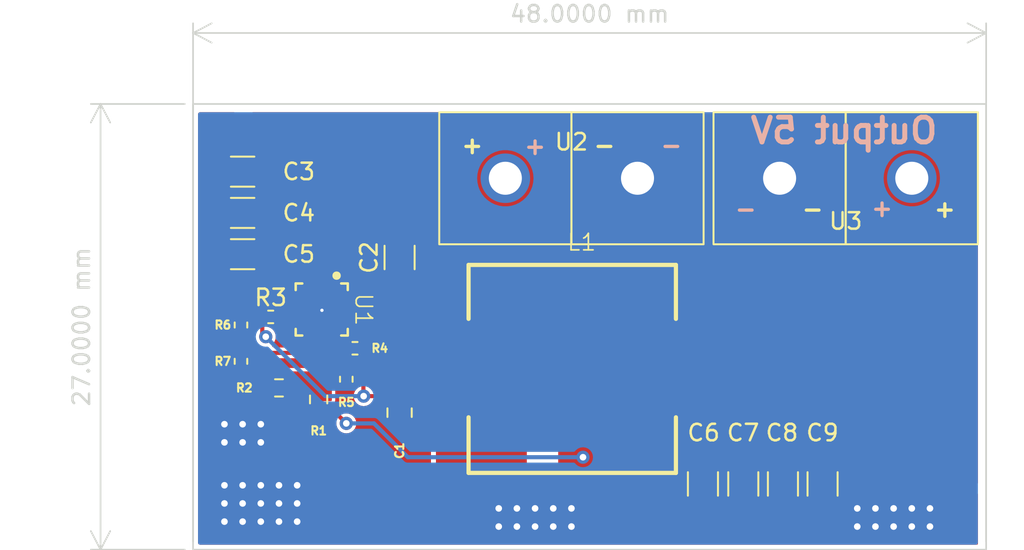
<source format=kicad_pcb>
(kicad_pcb (version 20221018) (generator pcbnew)
  (layers (0 "F.Cu" signal) (31 "B.Cu" signal) (34 "B.Paste" user) (35 "F.Paste" user) (36 "B.SilkS" user "B.Silkscreen") (37 "F.SilkS" user "F.Silkscreen") (38 "B.Mask" user) (39 "F.Mask" user) (44 "Edge.Cuts" user))
  (net 0 "")
  (net 1 "/VCC")
  (net 2 "GND")
  (net 3 "/SW")
  (net 4 "/Vin")
  (net 5 "/Vout")
  (net 6 "/FB")
  (net 7 "Net-(U1-PGOOD)")
  (net 8 "/MODE")
  (net 9 "/EN")
  (net 10 "/BST")
  (footprint "Capacitor_SMD:C_0805_2012Metric" (layer "F.Cu") (at 89.9 74.4 -90)
    (fp_text reference "C1" (at 2.3 0 90) (layer "F.SilkS") (effects (font (size 0.5 0.5) (thickness 0.125))))
    (fp_text value "1u")
    (fp_line (start -0.261252 -0.735) (end 0.261252 -0.735) (stroke (width 0.12)) (layer "F.SilkS"))
    (fp_line (start -0.261252 0.735) (end 0.261252 0.735) (stroke (width 0.12)) (layer "F.SilkS"))
    (pad "1" smd roundrect (at -0.95 0 270) (size 1 1.45) (layers "F.Cu" "F.Paste" "F.Mask") (net 1 "/VCC"))
    (pad "2" smd roundrect (at 0.95 0 270) (size 1 1.45) (layers "F.Cu" "F.Paste" "F.Mask") (net 2 "GND"))
  )
  (footprint "Capacitor_SMD:C_1206_3216Metric" (layer "F.Cu") (at 108.26 78.718 90)
    (fp_text reference "C6" (at 3.1 0.041) (layer "F.SilkS"))
    (fp_text value "47u")
    (fp_line (start -0.711252 -0.91) (end 0.711252 -0.91) (stroke (width 0.12)) (layer "F.SilkS"))
    (fp_line (start -0.711252 0.91) (end 0.711252 0.91) (stroke (width 0.12)) (layer "F.SilkS"))
    (pad "1" smd roundrect (at -1.475 0 90) (size 1.15 1.8) (layers "F.Cu" "F.Paste" "F.Mask") (roundrect_rratio 0.217391) (net 2 "GND"))
    (pad "2" smd roundrect (at 1.475 0 90) (size 1.15 1.8) (layers "F.Cu" "F.Paste" "F.Mask") (roundrect_rratio 0.217391) (net 5 "/Vout"))
  )
  (footprint "Resistor_SMD:R_0603_1608Metric" (layer "F.Cu") (at 82.6 72.9 180)
    (fp_text reference "R2" (at 2.1 0) (layer "F.SilkS") (effects (font (size 0.5 0.5) (thickness 0.125))))
    (fp_text value "15k")
    (fp_line (start -0.237258 -0.5225) (end 0.237258 -0.5225) (stroke (width 0.12)) (layer "F.SilkS"))
    (fp_line (start -0.237258 0.5225) (end 0.237258 0.5225) (stroke (width 0.12)) (layer "F.SilkS"))
    (pad "1" smd roundrect (at -0.825 0 180) (size 0.8 0.95) (layers "F.Cu" "F.Paste" "F.Mask") (net 6 "/FB"))
    (pad "2" smd roundrect (at 0.825 0 180) (size 0.8 0.95) (layers "F.Cu" "F.Paste" "F.Mask") (net 2 "GND"))
  )
  (footprint "PiE_Footprints:TPS56C230RJER" (layer "F.Cu") (at 85.188 68.15 -90)
    (fp_text reference "U1" (at 0 -2.54 -90 unlocked) (layer "F.SilkS") (effects (font (thickness 0.1))))
    (fp_text value "~")
    (fp_line (start -1.576 -1.576) (end -1.178 -1.576) (stroke (width 0.152)) (layer "F.SilkS"))
    (fp_line (start -1.576 -1.178) (end -1.576 -1.576) (stroke (width 0.152)) (layer "F.SilkS"))
    (fp_line (start -1.576 1.178) (end -1.576 1.576) (stroke (width 0.152)) (layer "F.SilkS"))
    (fp_line (start -1.576 1.576) (end -1.178 1.576) (stroke (width 0.152)) (layer "F.SilkS"))
    (fp_line (start 1.576 -1.576) (end 1.178 -1.576) (stroke (width 0.152)) (layer "F.SilkS"))
    (fp_line (start 1.576 -1.178) (end 1.576 -1.576) (stroke (width 0.152)) (layer "F.SilkS"))
    (fp_line (start 1.576 1.178) (end 1.576 1.576) (stroke (width 0.152)) (layer "F.SilkS"))
    (fp_line (start 1.576 1.576) (end 1.178 1.576) (stroke (width 0.152)) (layer "F.SilkS"))
    (fp_circle (center -2.05 -0.9) (end -1.923 -0.9) (stroke (width 0.254)) (fill none) (layer "F.SilkS"))
    (pad "1" smd oval (at -1.412 -0.9 270) (size 0.6 0.252) (layers "F.Cu" "F.Paste" "F.Mask") (net 10 "/BST"))
    (pad "2" smd oval (at -1.412 -0.45 270) (size 0.6 0.252) (layers "F.Cu" "F.Paste" "F.Mask") (net 4 "/Vin"))
    (pad "3" smd oval (at -1.412 0 270) (size 0.6 0.252) (layers "F.Cu" "F.Paste" "F.Mask") (net 4 "/Vin"))
    (pad "4" smd oval (at -1.412 0.45 270) (size 0.6 0.252) (layers "F.Cu" "F.Paste" "F.Mask") (net 4 "/Vin"))
    (pad "5" smd oval (at -1.412 0.9 270) (size 0.6 0.252) (layers "F.Cu" "F.Paste" "F.Mask") (net 4 "/Vin"))
    (pad "6" smd oval (at -0.9 1.412 270) (size 0.252 0.6) (layers "F.Cu" "F.Paste" "F.Mask") (net 3 "/SW"))
    (pad "7" smd oval (at -0.45 1.412 270) (size 0.252 0.6) (layers "F.Cu" "F.Paste" "F.Mask") (net 2 "GND"))
    (pad "8" smd oval (at 0 1.412 270) (size 0.252 0.6) (layers "F.Cu" "F.Paste" "F.Mask") (net 2 "GND"))
    (pad "9" smd oval (at 0.45 1.412 270) (size 0.252 0.6) (layers "F.Cu" "F.Paste" "F.Mask") (net 7 "Net-(U1-PGOOD)"))
    (pad "10" smd oval (at 0.9 1.412 270) (size 0.252 0.6) (layers "F.Cu" "F.Paste" "F.Mask") (net 2 "GND"))
    (pad "11" smd oval (at 1.412 0.9 270) (size 0.6 0.252) (layers "F.Cu" "F.Paste" "F.Mask"))
    (pad "12" smd oval (at 1.412 0.45 270) (size 0.6 0.252) (layers "F.Cu" "F.Paste" "F.Mask") (net 9 "/EN"))
    (pad "13" smd oval (at 1.412 0 270) (size 0.6 0.252) (layers "F.Cu" "F.Paste" "F.Mask") (net 2 "GND"))
    (pad "14" smd oval (at 1.412 -0.45 270) (size 0.6 0.252) (layers "F.Cu" "F.Paste" "F.Mask") (net 6 "/FB"))
    (pad "15" smd oval (at 1.412 -0.9 270) (size 0.6 0.252) (layers "F.Cu" "F.Paste" "F.Mask") (net 8 "/MODE"))
    (pad "16" smd oval (at 0.9 -1.412 270) (size 0.252 0.6) (layers "F.Cu" "F.Paste" "F.Mask") (net 2 "GND"))
    (pad "17" smd oval (at 0.45 -1.412 270) (size 0.252 0.6) (layers "F.Cu" "F.Paste" "F.Mask") (net 1 "/VCC"))
    (pad "18" smd oval (at 0 -1.412 270) (size 0.252 0.6) (layers "F.Cu" "F.Paste" "F.Mask") (net 2 "GND"))
    (pad "19" smd oval (at -0.45 -1.412 270) (size 0.252 0.6) (layers "F.Cu" "F.Paste" "F.Mask") (net 3 "/SW"))
    (pad "20" smd oval (at -0.9 -1.412 270) (size 0.252 0.6) (layers "F.Cu" "F.Paste" "F.Mask") (net 3 "/SW"))
    (pad "21" smd rect (at 0 0) (size 0.926 0.975) (layers "F.Cu" "F.Paste" "F.Mask") (net 2 "GND"))
  )
  (footprint "Resistor_SMD:R_0402_1005Metric" (layer "F.Cu") (at 86.675 72.375 -90)
    (fp_text reference "R5" (at 1.4 0 -180) (layer "F.SilkS") (effects (font (size 0.5 0.5) (thickness 0.125))))
    (fp_text value "33k")
    (fp_line (start -0.153641 -0.38) (end 0.153641 -0.38) (stroke (width 0.12)) (layer "F.SilkS"))
    (fp_line (start -0.153641 0.38) (end 0.153641 0.38) (stroke (width 0.12)) (layer "F.SilkS"))
    (pad "1" smd roundrect (at -0.51 0 270) (size 0.54 0.64) (layers "F.Cu" "F.Paste" "F.Mask") (net 8 "/MODE"))
    (pad "2" smd roundrect (at 0.51 0 270) (size 0.54 0.64) (layers "F.Cu" "F.Paste" "F.Mask") (net 2 "GND"))
  )
  (footprint "Capacitor_SMD:C_1206_3216Metric" (layer "F.Cu") (at 113.101 78.718 90)
    (fp_text reference "C8" (at 3.1 -0.059 180) (layer "F.SilkS"))
    (fp_text value "47u")
    (fp_line (start -0.711252 -0.91) (end 0.711252 -0.91) (stroke (width 0.12)) (layer "F.SilkS"))
    (fp_line (start -0.711252 0.91) (end 0.711252 0.91) (stroke (width 0.12)) (layer "F.SilkS"))
    (pad "1" smd roundrect (at -1.475 0 90) (size 1.15 1.8) (layers "F.Cu" "F.Paste" "F.Mask") (roundrect_rratio 0.217391) (net 2 "GND"))
    (pad "2" smd roundrect (at 1.475 0 90) (size 1.15 1.8) (layers "F.Cu" "F.Paste" "F.Mask") (roundrect_rratio 0.217391) (net 5 "/Vout"))
  )
  (footprint "Resistor_SMD:R_0603_1608Metric" (layer "F.Cu") (at 85 73.6 90)
    (fp_text reference "R1" (at -1.9 0 180) (layer "F.SilkS") (effects (font (size 0.5 0.5) (thickness 0.125))))
    (fp_text value "110k")
    (fp_line (start -0.237258 -0.5225) (end 0.237258 -0.5225) (stroke (width 0.12)) (layer "F.SilkS"))
    (fp_line (start -0.237258 0.5225) (end 0.237258 0.5225) (stroke (width 0.12)) (layer "F.SilkS"))
    (pad "1" smd roundrect (at -0.825 0 90) (size 0.8 0.95) (layers "F.Cu" "F.Paste" "F.Mask") (net 5 "/Vout"))
    (pad "2" smd roundrect (at 0.825 0 90) (size 0.8 0.95) (layers "F.Cu" "F.Paste" "F.Mask") (net 6 "/FB"))
  )
  (footprint "Resistor_SMD:R_0402_1005Metric" (layer "F.Cu") (at 82.1 68.6)
    (fp_text reference "R3" (at 0 -1.17) (layer "F.SilkS"))
    (fp_text value "100k")
    (fp_line (start -0.153641 -0.38) (end 0.153641 -0.38) (stroke (width 0.12)) (layer "F.SilkS"))
    (fp_line (start -0.153641 0.38) (end 0.153641 0.38) (stroke (width 0.12)) (layer "F.SilkS"))
    (pad "1" smd roundrect (at -0.51 0) (size 0.54 0.64) (layers "F.Cu" "F.Paste" "F.Mask") (net 1 "/VCC"))
    (pad "2" smd roundrect (at 0.51 0) (size 0.54 0.64) (layers "F.Cu" "F.Paste" "F.Mask") (net 7 "Net-(U1-PGOOD)"))
  )
  (footprint "PiE_Footprints:125CDMCCDS-1R8MC" (layer "F.Cu") (at 100.92 71.7)
    (fp_text reference "L1" (at 0 -7.62 unlocked) (layer "F.SilkS") (effects (font (thickness 0.1))))
    (fp_text value "1.8u")
    (fp_line (start -6.845 -6.25) (end 5.705 -6.25) (stroke (width 0.254)) (layer "F.SilkS"))
    (fp_line (start -6.845 -2.981) (end -6.845 -6.25) (stroke (width 0.254)) (layer "F.SilkS"))
    (fp_line (start -6.845 6.35) (end -6.845 2.981) (stroke (width 0.254)) (layer "F.SilkS"))
    (fp_line (start 5.705 -6.25) (end 5.705 -2.981) (stroke (width 0.254)) (layer "F.SilkS"))
    (fp_line (start 5.705 2.981) (end 5.705 6.35) (stroke (width 0.254)) (layer "F.SilkS"))
    (fp_line (start 5.705 6.35) (end -6.845 6.35) (stroke (width 0.254)) (layer "F.SilkS"))
    (pad "1" smd rect (at -6.17 0) (size 3.25 5.5) (layers "F.Cu" "F.Paste" "F.Mask") (net 3 "/SW"))
    (pad "2" smd rect (at 5.08 0) (size 3.25 5.5) (layers "F.Cu" "F.Paste" "F.Mask") (net 5 "/Vout"))
  )
  (footprint "Capacitor_SMD:C_1206_3216Metric" (layer "F.Cu") (at 110.701 78.718 90)
    (fp_text reference "C7" (at 3.1 -0.009 180) (layer "F.SilkS"))
    (fp_text value "47u")
    (fp_line (start -0.711252 -0.91) (end 0.711252 -0.91) (stroke (width 0.12)) (layer "F.SilkS"))
    (fp_line (start -0.711252 0.91) (end 0.711252 0.91) (stroke (width 0.12)) (layer "F.SilkS"))
    (pad "1" smd roundrect (at -1.475 0 90) (size 1.15 1.8) (layers "F.Cu" "F.Paste" "F.Mask") (roundrect_rratio 0.217391) (net 2 "GND"))
    (pad "2" smd roundrect (at 1.475 0 90) (size 1.15 1.8) (layers "F.Cu" "F.Paste" "F.Mask") (roundrect_rratio 0.217391) (net 5 "/Vout"))
  )
  (footprint "Capacitor_SMD:C_1206_3216Metric" (layer "F.Cu") (at 89.9 65 90)
    (fp_text reference "C2" (at 0 -1.85 90) (layer "F.SilkS"))
    (fp_text value "0.1u")
    (fp_line (start -0.711252 -0.91) (end 0.711252 -0.91) (stroke (width 0.12)) (layer "F.SilkS"))
    (fp_line (start -0.711252 0.91) (end 0.711252 0.91) (stroke (width 0.12)) (layer "F.SilkS"))
    (pad "1" smd roundrect (at -1.475 0 90) (size 1.15 1.8) (layers "F.Cu" "F.Paste" "F.Mask") (roundrect_rratio 0.217391) (net 3 "/SW"))
    (pad "2" smd roundrect (at 1.475 0 90) (size 1.15 1.8) (layers "F.Cu" "F.Paste" "F.Mask") (roundrect_rratio 0.217391) (net 10 "/BST"))
  )
  (footprint "Resistor_SMD:R_0402_1005Metric" (layer "F.Cu") (at 80.3 69.09 -90)
    (fp_text reference "R6" (at 0 1.1 180) (layer "F.SilkS") (effects (font (size 0.5 0.5) (thickness 0.125))))
    (fp_text value "91k")
    (fp_line (start -0.153641 -0.38) (end 0.153641 -0.38) (stroke (width 0.12)) (layer "F.SilkS"))
    (fp_line (start -0.153641 0.38) (end 0.153641 0.38) (stroke (width 0.12)) (layer "F.SilkS"))
    (pad "1" smd roundrect (at -0.51 0 270) (size 0.54 0.64) (layers "F.Cu" "F.Paste" "F.Mask") (net 1 "/VCC"))
    (pad "2" smd roundrect (at 0.51 0 270) (size 0.54 0.64) (layers "F.Cu" "F.Paste" "F.Mask") (net 9 "/EN"))
  )
  (footprint "Capacitor_SMD:C_1206_3216Metric" (layer "F.Cu") (at 80.4 59.8)
    (fp_text reference "C3" (at 3.4 0) (layer "F.SilkS"))
    (fp_text value "22u")
    (fp_line (start -0.711252 -0.91) (end 0.711252 -0.91) (stroke (width 0.12)) (layer "F.SilkS"))
    (fp_line (start -0.711252 0.91) (end 0.711252 0.91) (stroke (width 0.12)) (layer "F.SilkS"))
    (pad "1" smd roundrect (at -1.475 0) (size 1.15 1.8) (layers "F.Cu" "F.Paste" "F.Mask") (roundrect_rratio 0.217391) (net 2 "GND"))
    (pad "2" smd roundrect (at 1.475 0) (size 1.15 1.8) (layers "F.Cu" "F.Paste" "F.Mask") (roundrect_rratio 0.217391) (net 4 "/Vin"))
  )
  (footprint "Resistor_SMD:R_0402_1005Metric" (layer "F.Cu") (at 87.2 70.5 180)
    (fp_text reference "R4" (at -1.5 0) (layer "F.SilkS") (effects (font (size 0.5 0.5) (thickness 0.125))))
    (fp_text value "180k")
    (fp_line (start -0.153641 -0.38) (end 0.153641 -0.38) (stroke (width 0.12)) (layer "F.SilkS"))
    (fp_line (start -0.153641 0.38) (end 0.153641 0.38) (stroke (width 0.12)) (layer "F.SilkS"))
    (pad "1" smd roundrect (at -0.51 0 180) (size 0.54 0.64) (layers "F.Cu" "F.Paste" "F.Mask") (net 1 "/VCC"))
    (pad "2" smd roundrect (at 0.51 0 180) (size 0.54 0.64) (layers "F.Cu" "F.Paste" "F.Mask") (net 8 "/MODE"))
  )
  (footprint "Capacitor_SMD:C_1206_3216Metric" (layer "F.Cu") (at 80.4 64.8)
    (fp_text reference "C5" (at 3.4 0) (layer "F.SilkS"))
    (fp_text value "0.1u")
    (fp_line (start -0.711252 -0.91) (end 0.711252 -0.91) (stroke (width 0.12)) (layer "F.SilkS"))
    (fp_line (start -0.711252 0.91) (end 0.711252 0.91) (stroke (width 0.12)) (layer "F.SilkS"))
    (pad "1" smd roundrect (at -1.475 0) (size 1.15 1.8) (layers "F.Cu" "F.Paste" "F.Mask") (roundrect_rratio 0.217391) (net 2 "GND"))
    (pad "2" smd roundrect (at 1.475 0) (size 1.15 1.8) (layers "F.Cu" "F.Paste" "F.Mask") (roundrect_rratio 0.217391) (net 4 "/Vin"))
  )
  (footprint "PiE_Footprints:anderson_horizontal" (layer "F.Cu") (at 100.3 56.2)
    (fp_text reference "U2" (at 0 1.8 unlocked) (layer "F.SilkS"))
    (fp_text value "Anderson_Horizontal")
    (fp_text user "-" (at 6.05 2 unlocked) (layer "B.SilkS") (effects (font (thickness 0.2)) (justify mirror)))
    (fp_text user "+" (at -2.2 2.05 unlocked) (layer "B.SilkS") (effects (font (thickness 0.2)) (justify mirror)))
    (fp_text user "-" (at 2 2 unlocked) (layer "F.SilkS") (effects (font (thickness 0.2))))
    (fp_text user "+" (at -6 2 unlocked) (layer "F.SilkS") (effects (font (thickness 0.2))))
    (fp_rect (start 0 0) (end -8 8) (stroke (width 0.12)) (fill none) (layer "F.SilkS"))
    (fp_rect (start 0 0) (end 8 8) (stroke (width 0.12)) (fill none) (layer "F.SilkS"))
    (pad "1" thru_hole circle (at 4 4) (size 3 3) (drill 2) (layers "*.Cu" "*.Mask") (net 2 "GND"))
    (pad "2" thru_hole circle (at -4 4) (size 3 3) (drill 2) (layers "*.Cu" "*.Mask") (net 4 "/Vin"))
  )
  (footprint "Resistor_SMD:R_0402_1005Metric" (layer "F.Cu") (at 80.3 71.29 -90)
    (fp_text reference "R7" (at 0 1.1 -180) (layer "F.SilkS") (effects (font (size 0.5 0.5) (thickness 0.125))))
    (fp_text value "55k")
    (fp_line (start -0.153641 -0.38) (end 0.153641 -0.38) (stroke (width 0.12)) (layer "F.SilkS"))
    (fp_line (start -0.153641 0.38) (end 0.153641 0.38) (stroke (width 0.12)) (layer "F.SilkS"))
    (pad "1" smd roundrect (at -0.51 0 270) (size 0.54 0.64) (layers "F.Cu" "F.Paste" "F.Mask") (net 9 "/EN"))
    (pad "2" smd roundrect (at 0.51 0 270) (size 0.54 0.64) (layers "F.Cu" "F.Paste" "F.Mask") (net 2 "GND"))
  )
  (footprint "Capacitor_SMD:C_1206_3216Metric" (layer "F.Cu") (at 80.4 62.3)
    (fp_text reference "C4" (at 3.4 0) (layer "F.SilkS"))
    (fp_text value "22u")
    (fp_line (start -0.711252 -0.91) (end 0.711252 -0.91) (stroke (width 0.12)) (layer "F.SilkS"))
    (fp_line (start -0.711252 0.91) (end 0.711252 0.91) (stroke (width 0.12)) (layer "F.SilkS"))
    (pad "1" smd roundrect (at -1.475 0) (size 1.15 1.8) (layers "F.Cu" "F.Paste" "F.Mask") (roundrect_rratio 0.217391) (net 2 "GND"))
    (pad "2" smd roundrect (at 1.475 0) (size 1.15 1.8) (layers "F.Cu" "F.Paste" "F.Mask") (roundrect_rratio 0.217391) (net 4 "/Vin"))
  )
  (footprint "PiE_Footprints:anderson_horizontal" (layer "F.Cu") (at 116.9 64.2 180)
    (fp_text reference "U3" (at 0 1.4 unlocked) (layer "F.SilkS"))
    (fp_text value "Anderson_Horizontal")
    (fp_text user "-" (at 6.05 2 180 unlocked) (layer "B.SilkS") (effects (font (thickness 0.2)) (justify mirror)))
    (fp_text user "+" (at -2.2 2.05 180 unlocked) (layer "B.SilkS") (effects (font (thickness 0.2)) (justify mirror)))
    (fp_text user "-" (at 2 2 180 unlocked) (layer "F.SilkS") (effects (font (thickness 0.2))))
    (fp_text user "+" (at -6 2 180 unlocked) (layer "F.SilkS") (effects (font (thickness 0.2))))
    (fp_rect (start 0 0) (end -8 8) (stroke (width 0.12)) (fill none) (layer "F.SilkS"))
    (fp_rect (start 0 0) (end 8 8) (stroke (width 0.12)) (fill none) (layer "F.SilkS"))
    (pad "1" thru_hole circle (at 4 4 180) (size 3 3) (drill 2) (layers "*.Cu" "*.Mask") (net 2 "GND"))
    (pad "2" thru_hole circle (at -4 4 180) (size 3 3) (drill 2) (layers "*.Cu" "*.Mask") (net 5 "/Vout"))
  )
  (footprint "Capacitor_SMD:C_1206_3216Metric" (layer "F.Cu") (at 115.501 78.718 90)
    (fp_text reference "C9" (at 3.1 -0.009 180) (layer "F.SilkS"))
    (fp_text value "47u")
    (fp_line (start -0.711252 -0.91) (end 0.711252 -0.91) (stroke (width 0.12)) (layer "F.SilkS"))
    (fp_line (start -0.711252 0.91) (end 0.711252 0.91) (stroke (width 0.12)) (layer "F.SilkS"))
    (pad "1" smd roundrect (at -1.475 0 90) (size 1.15 1.8) (layers "F.Cu" "F.Paste" "F.Mask") (roundrect_rratio 0.217391) (net 2 "GND"))
    (pad "2" smd roundrect (at 1.475 0 90) (size 1.15 1.8) (layers "F.Cu" "F.Paste" "F.Mask") (roundrect_rratio 0.217391) (net 5 "/Vout"))
  )
  (gr_rect (start 77.4 55.7) (end 125.4 82.7) (stroke (width 0.1)) (fill none) (layer "Edge.Cuts"))
  (gr_text "Output 5V" (at 122.6 58.2) (layer "B.SilkS") (effects (font (size 1.5 1.5) (thickness 0.3) bold) (justify left bottom mirror)))
  (dimension (type aligned) (layer "Edge.Cuts") (pts (xy 77.4 55.7) (xy 77.4 82.7)) (height 5.6) (gr_text "1.0630 in" (at 70.65 69.2 90) (layer "Edge.Cuts") (effects (font (size 1 1) (thickness 0.15)))) (format (prefix "") (suffix "") (units 3) (units_format 1) (precision 4)) (style (thickness 0.1) (arrow_length 1.27) (text_position_mode 0) (extension_height 0.58642) (extension_offset 0.5) keep_text_aligned))
  (dimension (type aligned) (layer "Edge.Cuts") (pts (xy 125.4 82.7) (xy 77.4 82.7)) (height 31.3) (gr_text "1.8898 in" (at 101.4 50.25) (layer "Edge.Cuts") (effects (font (size 1 1) (thickness 0.15)))) (format (prefix "") (suffix "") (units 3) (units_format 1) (precision 4)) (style (thickness 0.1) (arrow_length 1.27) (text_position_mode 0) (extension_height 0.58642) (extension_offset 0.5) keep_text_aligned))
  (segment (start 87.71 68.81) (end 87.5 68.6) (width 0.25) (layer "F.Cu") (net 1))
  (segment (start 87.71 73.385) (end 87.725 73.4) (width 0.25) (layer "F.Cu") (net 1))
  (segment (start 81.59 68.6) (end 81.59 69.59) (width 0.25) (layer "F.Cu") (net 1))
  (segment (start 89.85 73.4) (end 89.9 73.45) (width 0.25) (layer "F.Cu") (net 1))
  (segment (start 80.3 68.58) (end 81.57 68.58) (width 0.25) (layer "F.Cu") (net 1))
  (segment (start 87.725 73.4) (end 89.85 73.4) (width 0.25) (layer "F.Cu") (net 1))
  (segment (start 81.57 68.58) (end 81.59 68.6) (width 0.25) (layer "F.Cu") (net 1))
  (segment (start 87.71 70.5) (end 87.71 68.81) (width 0.25) (layer "F.Cu") (net 1))
  (segment (start 81.59 69.59) (end 81.8 69.8) (width 0.25) (layer "F.Cu") (net 1))
  (segment (start 86.96181 68.6) (end 86.96081 68.601) (width 0.25) (layer "F.Cu") (net 1))
  (segment (start 87.5 68.6) (end 86.6 68.6) (width 0.25) (layer "F.Cu") (net 1))
  (segment (start 87.71 70.5) (end 87.71 73.385) (width 0.25) (layer "F.Cu") (net 1))
  (via (at 81.8 69.8) (size 0.8) (drill 0.4) (layers "F.Cu" "B.Cu") (net 1))
  (via (at 87.725 73.4) (size 0.8) (drill 0.4) (layers "F.Cu" "B.Cu") (net 1))
  (segment (start 81.8 69.8) (end 85.4 73.4) (width 0.25) (layer "B.Cu") (net 1))
  (segment (start 85.4 73.4) (end 87.725 73.4) (width 0.25) (layer "B.Cu") (net 1))
  (segment (start 84.999422 68.15) (end 84.150922 68.9985) (width 0.127) (layer "F.Cu") (net 2))
  (segment (start 85.188 68.188) (end 85.2 68.2) (width 0.127) (layer "F.Cu") (net 2))
  (segment (start 84.150922 68.9985) (end 83.8275 68.9985) (width 0.127) (layer "F.Cu") (net 2))
  (segment (start 85.188 68.212) (end 85.188 69.562) (width 0.127) (layer "F.Cu") (net 2))
  (segment (start 85.188 68.15) (end 86.6 68.15) (width 0.127) (layer "F.Cu") (net 2))
  (segment (start 85.188 68.15) (end 85.188 68.188) (width 0.127) (layer "F.Cu") (net 2))
  (segment (start 85.188 68.15) (end 84.999422 68.15) (width 0.127) (layer "F.Cu") (net 2))
  (segment (start 85.188 68.15) (end 86.0275 68.9895) (width 0.127) (layer "F.Cu") (net 2))
  (segment (start 86.0275 68.9895) (end 86.5395 68.9895) (width 0.127) (layer "F.Cu") (net 2))
  (segment (start 85.2 68.2) (end 85.188 68.212) (width 0.127) (layer "F.Cu") (net 2))
  (via (at 83.7 81) (size 0.8) (drill 0.4) (layers "F.Cu" "B.Cu") (net 2))
  (via (at 99.2 80.2) (size 0.8) (drill 0.4) (layers "F.Cu" "B.Cu") (net 2))
  (via (at 83.7 78.8) (size 0.8) (drill 0.4) (layers "F.Cu" "B.Cu") (net 2))
  (via (at 117.6 80.2) (size 0.8) (drill 0.4) (layers "F.Cu" "B.Cu") (net 2))
  (via (at 98.1 80.2) (size 0.8) (drill 0.4) (layers "F.Cu" "B.Cu") (net 2))
  (via (at 119.8 80.2) (size 0.8) (drill 0.4) (layers "F.Cu" "B.Cu") (net 2))
  (via (at 95.9 80.2) (size 0.8) (drill 0.4) (layers "F.Cu" "B.Cu") (net 2))
  (via (at 120.9 81.3) (size 0.8) (drill 0.4) (layers "F.Cu" "B.Cu") (net 2))
  (via (at 79.3 78.8) (size 0.8) (drill 0.4) (layers "F.Cu" "B.Cu") (net 2))
  (via (at 82.6 81) (size 0.8) (drill 0.4) (layers "F.Cu" "B.Cu") (net 2))
  (via (at 100.3 80.2) (size 0.8) (drill 0.4) (layers "F.Cu" "B.Cu") (net 2))
  (via (at 79.3 75.1) (size 0.8) (drill 0.4) (layers "F.Cu" "B.Cu") (net 2))
  (via (at 80.4 75.1) (size 0.8) (drill 0.4) (layers "F.Cu" "B.Cu") (net 2))
  (via (at 118.7 81.3) (size 0.8) (drill 0.4) (layers "F.Cu" "B.Cu") (net 2))
  (via (at 80.4 78.8) (size 0.8) (drill 0.4) (layers "F.Cu" "B.Cu") (net 2))
  (via (at 79.3 79.9) (size 0.8) (drill 0.4) (layers "F.Cu" "B.Cu") (net 2))
  (via (at 119.8 81.3) (size 0.8) (drill 0.4) (layers "F.Cu" "B.Cu") (net 2))
  (via (at 80.4 79.9) (size 0.8) (drill 0.4) (layers "F.Cu" "B.Cu") (net 2))
  (via (at 79.3 81) (size 0.8) (drill 0.4) (layers "F.Cu" "B.Cu") (net 2))
  (via (at 120.9 80.2) (size 0.8) (drill 0.4) (layers "F.Cu" "B.Cu") (net 2))
  (via (at 82.6 78.8) (size 0.8) (drill 0.4) (layers "F.Cu" "B.Cu") (net 2))
  (via (at 81.5 75.1) (size 0.8) (drill 0.4) (layers "F.Cu" "B.Cu") (net 2))
  (via (at 81.5 79.9) (size 0.8) (drill 0.4) (layers "F.Cu" "B.Cu") (net 2))
  (via (at 81.5 76.2) (size 0.8) (drill 0.4) (layers "F.Cu" "B.Cu") (net 2))
  (via (at 122 81.3) (size 0.8) (drill 0.4) (layers "F.Cu" "B.Cu") (net 2))
  (via (at 85.2 68.2) (size 0.4) (drill 0.2) (layers "F.Cu" "B.Cu") (net 2))
  (via (at 79.3 76.2) (size 0.8) (drill 0.4) (layers "F.Cu" "B.Cu") (net 2))
  (via (at 99.2 81.3) (size 0.8) (drill 0.4) (layers "F.Cu" "B.Cu") (net 2))
  (via (at 122 80.2) (size 0.8) (drill 0.4) (layers "F.Cu" "B.Cu") (net 2))
  (via (at 81.5 78.8) (size 0.8) (drill 0.4) (layers "F.Cu" "B.Cu") (net 2))
  (via (at 117.6 81.3) (size 0.8) (drill 0.4) (layers "F.Cu" "B.Cu") (net 2))
  (via (at 81.5 81) (size 0.8) (drill 0.4) (layers "F.Cu" "B.Cu") (net 2))
  (via (at 82.6 79.9) (size 0.8) (drill 0.4) (layers "F.Cu" "B.Cu") (net 2))
  (via (at 97 81.3) (size 0.8) (drill 0.4) (layers "F.Cu" "B.Cu") (net 2))
  (via (at 95.9 81.3) (size 0.8) (drill 0.4) (layers "F.Cu" "B.Cu") (net 2))
  (via (at 97 80.2) (size 0.8) (drill 0.4) (layers "F.Cu" "B.Cu") (net 2))
  (via (at 80.4 76.2) (size 0.8) (drill 0.4) (layers "F.Cu" "B.Cu") (net 2))
  (via (at 100.3 81.3) (size 0.8) (drill 0.4) (layers "F.Cu" "B.Cu") (net 2))
  (via (at 118.7 80.2) (size 0.8) (drill 0.4) (layers "F.Cu" "B.Cu") (net 2))
  (via (at 83.7 79.9) (size 0.8) (drill 0.4) (layers "F.Cu" "B.Cu") (net 2))
  (via (at 80.4 81) (size 0.8) (drill 0.4) (layers "F.Cu" "B.Cu") (net 2))
  (via (at 98.1 81.3) (size 0.8) (drill 0.4) (layers "F.Cu" "B.Cu") (net 2))
  (segment (start 86.6 67.25) (end 86.6 67.699) (width 0.25) (layer "F.Cu") (net 3))
  (segment (start 85.188 66.738) (end 85.637 66.738) (width 0.25) (layer "F.Cu") (net 4))
  (segment (start 85.188 66.738) (end 84.288 66.738) (width 0.25) (layer "F.Cu") (net 4))
  (segment (start 86.675 75.05) (end 86.05 74.425) (width 0.25) (layer "F.Cu") (net 5))
  (segment (start 86.05 74.425) (end 85 74.425) (width 0.25) (layer "F.Cu") (net 5))
  (via (at 86.675 75.05) (size 0.8) (drill 0.4) (layers "F.Cu" "B.Cu") (net 5))
  (via (at 101 77.1) (size 0.8) (drill 0.4) (layers "F.Cu" "B.Cu") (net 5))
  (segment (start 86.675 75.05) (end 88.35 75.05) (width 0.25) (layer "B.Cu") (net 5))
  (segment (start 90.4 77.1) (end 101 77.1) (width 0.25) (layer "B.Cu") (net 5))
  (segment (start 88.35 75.05) (end 90.4 77.1) (width 0.25) (layer "B.Cu") (net 5))
  (segment (start 82.61 68.6) (end 84 68.6) (width 0.25) (layer "F.Cu") (net 7))
  (segment (start 83.41619 68.6) (end 83.41519 68.601) (width 0.25) (layer "F.Cu") (net 7))
  (segment (start 86.089 70.989) (end 86.089 69.562) (width 0.25) (layer "F.Cu") (net 8))
  (segment (start 86.69 71.3) (end 86.4 71.3) (width 0.25) (layer "F.Cu") (net 8))
  (segment (start 86.69 71.3) (end 86.69 71.98) (width 0.25) (layer "F.Cu") (net 8))
  (segment (start 86.69 71.98) (end 86.7 71.99) (width 0.25) (layer "F.Cu") (net 8))
  (segment (start 86.69 70.5) (end 86.69 71.3) (width 0.25) (layer "F.Cu") (net 8))
  (segment (start 86.4 71.3) (end 86.089 70.989) (width 0.25) (layer "F.Cu") (net 8))
  (segment (start 80.3 69.6) (end 80.3 70.78) (width 0.25) (layer "F.Cu") (net 9))
  (segment (start 80.3 70.78) (end 84.22 70.78) (width 0.25) (layer "F.Cu") (net 9))
  (segment (start 84.22 70.78) (end 84.738 70.262) (width 0.25) (layer "F.Cu") (net 9))
  (segment (start 84.738 70.262) (end 84.738 69.562) (width 0.25) (layer "F.Cu") (net 9))
  (segment (start 89.9 63.525) (end 87.875 63.525) (width 0.25) (layer "F.Cu") (net 10))
  (segment (start 86.089 65.311) (end 86.089 66.738) (width 0.25) (layer "F.Cu") (net 10))
  (segment (start 87.875 63.525) (end 86.089 65.311) (width 0.25) (layer "F.Cu") (net 10))
  (zone (net 4) (net_name "/Vin") (layer "F.Cu") (priority 2) (connect_pads yes (clearance 0.254)) (min_thickness 0.254) (fill yes (thermal_gap 0.5) (thermal_bridge_width 0.5))
    (polygon (pts (xy 80.9 56.2) (xy 80.9 66.2) (xy 84.1 66.2) (xy 84.1 67) (xy 100.3 67) (xy 100.3 56.2)))
  )
  (zone (net 5) (net_name "/Vout") (layer "F.Cu") (priority 1) (connect_pads yes (clearance 0.5)) (min_thickness 0.25) (fill yes (thermal_gap 0.5) (thermal_bridge_width 0.5))
    (polygon (pts (xy 99.5 65.1) (xy 99.5 78.7) (xy 115.2 78.7) (xy 115.2 65.1)))
  )
  (zone (net 6) (net_name "/FB") (layer "F.Cu") (priority 4) (connect_pads yes (clearance 0.1)) (min_thickness 0.1) (fill yes (thermal_gap 0.5) (thermal_bridge_width 0.5))
    (polygon (pts (xy 85.5 69.3) (xy 85.8 69.3) (xy 85.8 73.7) (xy 82.9 73.7) (xy 82.9 71.9) (xy 85.5 71.9)))
  )
  (zone (net 5) (net_name "/Vout") (layer "F.Cu") (priority 7) (connect_pads yes (clearance 0.1)) (min_thickness 0.1) (fill yes (thermal_gap 0.5) (thermal_bridge_width 0.5))
    (polygon (pts (xy 115.2 65.1) (xy 116.9 65.1) (xy 116.9 56.2) (xy 124.9 56.2) (xy 124.9 78.7) (xy 115.2 78.7)))
  )
  (zone (net 2) (net_name "GND") (layer "F.Cu") (connect_pads yes (clearance 0.1)) (min_thickness 0.25) (fill yes (thermal_gap 0.5) (thermal_bridge_width 0.5))
    (polygon (pts (xy 80 56.2) (xy 77.7 56.2) (xy 77.7 82.4) (xy 91.8 82.4) (xy 91.8 70.1) (xy 91.8 70.1) (xy 91.8 67.9) (xy 86 67.9) (xy 86 67.4) (xy 84.4 67.4) (xy 84.4 67.6) (xy 83.2 67.6) (xy 83.2 66.5) (xy 80 66.5)))
  )
  (zone (net 3) (net_name "/SW") (layer "F.Cu") (priority 1) (connect_pads yes (clearance 0.25)) (min_thickness 0.25) (fill yes (thermal_gap 0.5) (thermal_bridge_width 0.5))
    (polygon (pts (xy 86.4 65.9) (xy 86.4 67.7) (xy 92.1 67.7) (xy 92.1 78.7) (xy 97.6 78.7) (xy 97.6 65.9)))
  )
  (zone (net 2) (net_name "GND") (layer "F.Cu") (priority 6) (connect_pads yes (clearance 0.1)) (min_thickness 0.1) (fill yes (thermal_gap 0.5) (thermal_bridge_width 0.5))
    (polygon (pts (xy 89.8 82.4) (xy 124.9 82.4) (xy 124.9 79.3) (xy 89.8 79.3)))
  )
  (zone (net 2) (net_name "GND") (layer "B.Cu") (priority 8) (connect_pads yes (clearance 0.15)) (min_thickness 0.25) (fill yes (thermal_gap 0.5) (thermal_bridge_width 0.5))
    (polygon (pts (xy 124.9 82.4) (xy 124.9 56.2) (xy 77.7 56.2) (xy 77.7 82.4)))
  )
)
</source>
